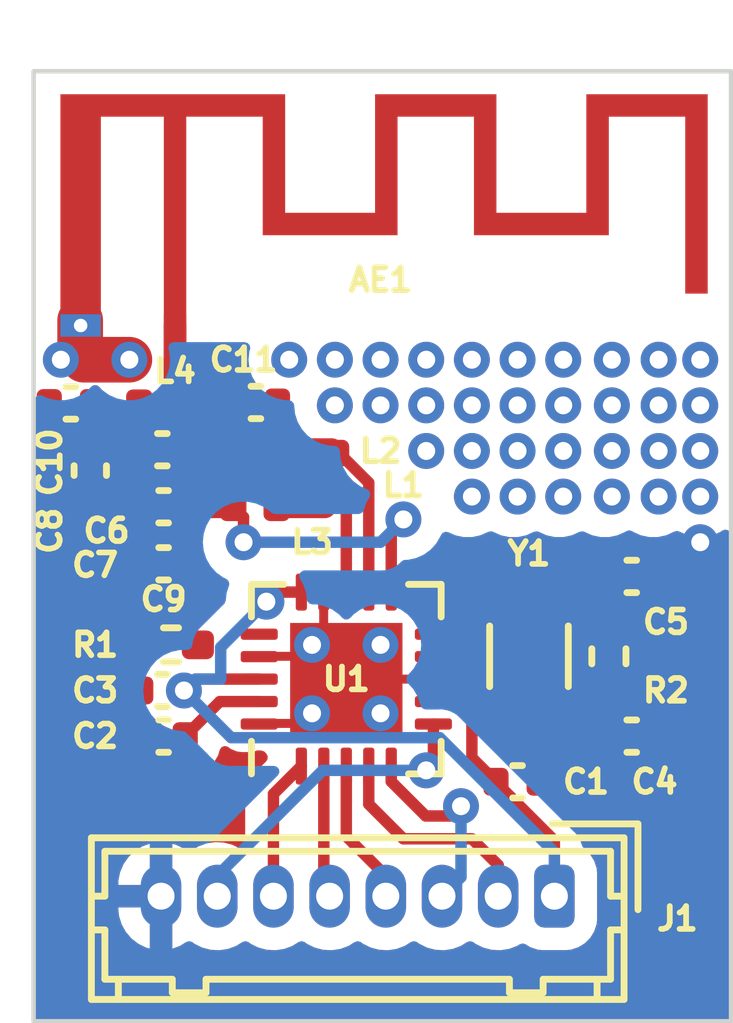
<source format=kicad_pcb>
(kicad_pcb (version 20221018) (generator pcbnew)
  (layers (0 "F.Cu" signal) (31 "B.Cu" signal) (34 "B.Paste" user) (35 "F.Paste" user) (36 "B.SilkS" user "B.Silkscreen") (37 "F.SilkS" user "F.Silkscreen") (38 "B.Mask" user) (39 "F.Mask" user) (44 "Edge.Cuts" user))
  (net 0 "")
  (net 1 "Net-(AE1-A)")
  (net 2 "VDD")
  (net 3 "GND")
  (net 4 "Net-(U1-DVDD)")
  (net 5 "Net-(U1-XC2)")
  (net 6 "Net-(U1-XC1)")
  (net 7 "Net-(C6-Pad1)")
  (net 8 "Net-(C10-Pad1)")
  (net 9 "Net-(U1-VDD_PA)")
  (net 10 "Net-(J1-Pin_2)")
  (net 11 "Net-(J1-Pin_3)")
  (net 12 "Net-(J1-Pin_4)")
  (net 13 "Net-(J1-Pin_5)")
  (net 14 "Net-(J1-Pin_6)")
  (net 15 "Net-(J1-Pin_7)")
  (net 16 "Net-(U1-ANT1)")
  (net 17 "Net-(U1-ANT2)")
  (net 18 "Net-(U1-IREF)")
  (footprint "Resistor_SMD:R_0402_1005Metric_Pad0.72x0.64mm_HandSolder" (layer "F.Cu") (at 156.464 92.456 90)
    (fp_text reference "R2" (at -0.762 1.27 180) (layer "F.SilkS") (effects (font (size 0.508 0.508) (thickness 0.1524))))
    (fp_text value "10M")
    (fp_line (start -0.167621 -0.38) (end 0.167621 -0.38) (stroke (width 0.1524)) (layer "F.SilkS"))
    (fp_line (start -0.167621 0.38) (end 0.167621 0.38) (stroke (width 0.1524)) (layer "F.SilkS"))
    (pad "1" smd roundrect (at -0.5975 0 90) (size 0.715 0.64) (layers "F.Cu" "F.Paste" "F.Mask") (net 5 "Net-(U1-XC2)"))
    (pad "2" smd roundrect (at 0.5975 0 90) (size 0.715 0.64) (layers "F.Cu" "F.Paste" "F.Mask") (net 6 "Net-(U1-XC1)"))
  )
  (footprint "Connector_Hirose:Hirose_DF13-08P-1.25DSA_1x08_P1.25mm_Vertical" (layer "F.Cu") (at 155.251 97.798 180)
    (fp_text reference "J1" (at -2.737 -0.5) (layer "F.SilkS") (effects (font (size 0.508 0.508) (thickness 0.1524))))
    (fp_text value "Conn_01x08_Pin")
    (fp_line (start -1.86 -0.3) (end -1.86 1.61) (stroke (width 0.1524)) (layer "F.SilkS"))
    (fp_line (start -1.86 1.61) (end 0.05 1.61) (stroke (width 0.1524)) (layer "F.SilkS"))
    (fp_line (start -1.55 -2.3) (end -1.55 1.3) (stroke (width 0.1524)) (layer "F.SilkS"))
    (fp_line (start -1.55 -0.75) (end -1.25 -0.75) (stroke (width 0.1524)) (layer "F.SilkS"))
    (fp_line (start -1.55 0) (end -1.25 0) (stroke (width 0.1524)) (layer "F.SilkS"))
    (fp_line (start -1.55 1.3) (end 10.3 1.3) (stroke (width 0.1524)) (layer "F.SilkS"))
    (fp_line (start -1.25 -1.85) (end -0.95 -1.85) (stroke (width 0.1524)) (layer "F.SilkS"))
    (fp_line (start -1.25 -0.75) (end -1.25 -1.85) (stroke (width 0.1524)) (layer "F.SilkS"))
    (fp_line (start -1.25 0) (end -1.25 1) (stroke (width 0.1524)) (layer "F.SilkS"))
    (fp_line (start -1.25 1) (end 10 1) (stroke (width 0.1524)) (layer "F.SilkS"))
    (fp_line (start -0.95 -1.85) (end -0.95 -2.3) (stroke (width 0.1524)) (layer "F.SilkS"))
    (fp_line (start -0.95 -1.85) (end 0.25 -1.85) (stroke (width 0.1524)) (layer "F.SilkS"))
    (fp_line (start 0.25 -2.15) (end 1 -2.15) (stroke (width 0.1524)) (layer "F.SilkS"))
    (fp_line (start 0.25 -1.85) (end 0.25 -2.15) (stroke (width 0.1524)) (layer "F.SilkS"))
    (fp_line (start 1 -2.15) (end 1 -1.85) (stroke (width 0.1524)) (layer "F.SilkS"))
    (fp_line (start 1 -1.85) (end 7.75 -1.85) (stroke (width 0.1524)) (layer "F.SilkS"))
    (fp_line (start 7.75 -2.15) (end 8.5 -2.15) (stroke (width 0.1524)) (layer "F.SilkS"))
    (fp_line (start 7.75 -1.85) (end 7.75 -2.15) (stroke (width 0.1524)) (layer "F.SilkS"))
    (fp_line (start 8.5 -2.15) (end 8.5 -1.85) (stroke (width 0.1524)) (layer "F.SilkS"))
    (fp_line (start 8.5 -1.85) (end 9.7 -1.85) (stroke (width 0.1524)) (layer "F.SilkS"))
    (fp_line (start 9.7 -1.85) (end 9.7 -2.3) (stroke (width 0.1524)) (layer "F.SilkS"))
    (fp_line (start 10 -1.85) (end 9.7 -1.85) (stroke (width 0.1524)) (layer "F.SilkS"))
    (fp_line (start 10 -0.75) (end 10 -1.85) (stroke (width 0.1524)) (layer "F.SilkS"))
    (fp_line (start 10 0) (end 10.3 0) (stroke (width 0.1524)) (layer "F.SilkS"))
    (fp_line (start 10 1) (end 10 0) (stroke (width 0.1524)) (layer "F.SilkS"))
    (fp_line (start 10.3 -2.3) (end -1.55 -2.3) (stroke (width 0.1524)) (layer "F.SilkS"))
    (fp_line (start 10.3 -0.75) (end 10 -0.75) (stroke (width 0.1524)) (layer "F.SilkS"))
    (fp_line (start 10.3 1.3) (end 10.3 -2.3) (stroke (width 0.1524)) (layer "F.SilkS"))
    (pad "1" thru_hole roundrect (at 0 0 180) (size 0.9 1.4) (drill 0.6) (layers "*.Cu" "*.Mask") (net 2 "VDD"))
    (pad "2" thru_hole oval (at 1.25 0 180) (size 0.9 1.4) (drill 0.6) (layers "*.Cu" "*.Mask") (net 10 "Net-(J1-Pin_2)"))
    (pad "3" thru_hole oval (at 2.5 0 180) (size 0.9 1.4) (drill 0.6) (layers "*.Cu" "*.Mask") (net 11 "Net-(J1-Pin_3)"))
    (pad "4" thru_hole oval (at 3.75 0 180) (size 0.9 1.4) (drill 0.6) (layers "*.Cu" "*.Mask") (net 12 "Net-(J1-Pin_4)"))
    (pad "5" thru_hole oval (at 5 0 180) (size 0.9 1.4) (drill 0.6) (layers "*.Cu" "*.Mask") (net 13 "Net-(J1-Pin_5)"))
    (pad "6" thru_hole oval (at 6.25 0 180) (size 0.9 1.4) (drill 0.6) (layers "*.Cu" "*.Mask") (net 14 "Net-(J1-Pin_6)"))
    (pad "7" thru_hole oval (at 7.5 0 180) (size 0.9 1.4) (drill 0.6) (layers "*.Cu" "*.Mask") (net 15 "Net-(J1-Pin_7)"))
    (pad "8" thru_hole oval (at 8.75 0 180) (size 0.9 1.4) (drill 0.6) (layers "*.Cu" "*.Mask") (net 3 "GND"))
  )
  (footprint "Inductor_SMD:L_0402_1005Metric" (layer "F.Cu") (at 148.59 89.126 180)
    (fp_text reference "L3" (at -1.27 -0.79) (layer "F.SilkS") (effects (font (size 0.508 0.508) (thickness 0.1524))))
    (fp_text value "2n7")
    (pad "1" smd roundrect (at -0.485 0 180) (size 0.59 0.64) (layers "F.Cu" "F.Paste" "F.Mask") (net 17 "Net-(U1-ANT2)"))
    (pad "2" smd roundrect (at 0.485 0 180) (size 0.59 0.64) (layers "F.Cu" "F.Paste" "F.Mask") (net 9 "Net-(U1-VDD_PA)"))
  )
  (footprint "Capacitor_SMD:C_0402_1005Metric" (layer "F.Cu") (at 148.611285 86.803448)
    (fp_text reference "C11" (at -0.275285 -0.951448) (layer "F.SilkS") (effects (font (size 0.508 0.508) (thickness 0.1524))))
    (fp_text value "Cx")
    (fp_line (start -0.107836 -0.36) (end 0.107836 -0.36) (stroke (width 0.1524)) (layer "F.SilkS"))
    (fp_line (start -0.107836 0.36) (end 0.107836 0.36) (stroke (width 0.1524)) (layer "F.SilkS"))
    (pad "1" smd roundrect (at -0.48 0) (size 0.56 0.62) (layers "F.Cu" "F.Paste" "F.Mask") (net 1 "Net-(AE1-A)"))
    (pad "2" smd roundrect (at 0.48 0) (size 0.56 0.62) (layers "F.Cu" "F.Paste" "F.Mask") (net 3 "GND"))
  )
  (footprint "Capacitor_SMD:C_0402_1005Metric" (layer "F.Cu") (at 154.432 95.25)
    (fp_text reference "C1" (at 1.524 0) (layer "F.SilkS") (effects (font (size 0.508 0.508) (thickness 0.1524))))
    (fp_text value "10n")
    (fp_line (start -0.107836 -0.36) (end 0.107836 -0.36) (stroke (width 0.1524)) (layer "F.SilkS"))
    (fp_line (start -0.107836 0.36) (end 0.107836 0.36) (stroke (width 0.1524)) (layer "F.SilkS"))
    (pad "1" smd roundrect (at -0.48 0) (size 0.56 0.62) (layers "F.Cu" "F.Paste" "F.Mask") (net 2 "VDD"))
    (pad "2" smd roundrect (at 0.48 0) (size 0.56 0.62) (layers "F.Cu" "F.Paste" "F.Mask") (net 3 "GND"))
  )
  (footprint "Capacitor_SMD:C_0402_1005Metric" (layer "F.Cu") (at 146.558 90.396 180)
    (fp_text reference "C9" (at 0 -0.79) (layer "F.SilkS") (effects (font (size 0.508 0.508) (thickness 0.1524))))
    (fp_text value "C_Small")
    (fp_line (start -0.107836 -0.36) (end 0.107836 -0.36) (stroke (width 0.1524)) (layer "F.SilkS"))
    (fp_line (start -0.107836 0.36) (end 0.107836 0.36) (stroke (width 0.1524)) (layer "F.SilkS"))
    (pad "1" smd roundrect (at -0.48 0 180) (size 0.56 0.62) (layers "F.Cu" "F.Paste" "F.Mask") (net 9 "Net-(U1-VDD_PA)"))
    (pad "2" smd roundrect (at 0.48 0 180) (size 0.56 0.62) (layers "F.Cu" "F.Paste" "F.Mask") (net 3 "GND"))
  )
  (footprint "Package_DFN_QFN:QFN-20-1EP_4x4mm_P0.5mm_EP2.5x2.5mm" (layer "F.Cu") (at 150.622 92.964 90)
    (fp_text reference "U1" (at 0 0 180) (layer "F.SilkS") (effects (font (size 0.508 0.508) (thickness 0.1524))))
    (fp_text value "NRF24L01")
    (fp_line (start -2.11 2.11) (end -2.11 1.385) (stroke (width 0.1524)) (layer "F.SilkS"))
    (fp_line (start -1.385 -2.11) (end -2.11 -2.11) (stroke (width 0.1524)) (layer "F.SilkS"))
    (fp_line (start -1.385 2.11) (end -2.11 2.11) (stroke (width 0.1524)) (layer "F.SilkS"))
    (fp_line (start 1.385 -2.11) (end 2.11 -2.11) (stroke (width 0.1524)) (layer "F.SilkS"))
    (fp_line (start 1.385 2.11) (end 2.11 2.11) (stroke (width 0.1524)) (layer "F.SilkS"))
    (fp_line (start 2.11 -2.11) (end 2.11 -1.385) (stroke (width 0.1524)) (layer "F.SilkS"))
    (fp_line (start 2.11 2.11) (end 2.11 1.385) (stroke (width 0.1524)) (layer "F.SilkS"))
    (pad "1" smd roundrect (at -1.9375 -1 90) (size 0.825 0.25) (layers "F.Cu" "F.Paste" "F.Mask") (net 14 "Net-(J1-Pin_6)"))
    (pad "2" smd roundrect (at -1.9375 -0.5 90) (size 0.825 0.25) (layers "F.Cu" "F.Paste" "F.Mask") (net 13 "Net-(J1-Pin_5)"))
    (pad "3" smd roundrect (at -1.9375 0 90) (size 0.825 0.25) (layers "F.Cu" "F.Paste" "F.Mask") (net 12 "Net-(J1-Pin_4)"))
    (pad "4" smd roundrect (at -1.9375 0.5 90) (size 0.825 0.25) (layers "F.Cu" "F.Paste" "F.Mask") (net 10 "Net-(J1-Pin_2)"))
    (pad "5" smd roundrect (at -1.9375 1 90) (size 0.825 0.25) (layers "F.Cu" "F.Paste" "F.Mask") (net 11 "Net-(J1-Pin_3)"))
    (pad "6" smd roundrect (at -1 1.9375 90) (size 0.25 0.825) (layers "F.Cu" "F.Paste" "F.Mask") (net 15 "Net-(J1-Pin_7)"))
    (pad "7" smd roundrect (at -0.5 1.9375 90) (size 0.25 0.825) (layers "F.Cu" "F.Paste" "F.Mask") (net 2 "VDD"))
    (pad "8" smd roundrect (at 0 1.9375 90) (size 0.25 0.825) (layers "F.Cu" "F.Paste" "F.Mask") (net 3 "GND"))
    (pad "9" smd roundrect (at 0.5 1.9375 90) (size 0.25 0.825) (layers "F.Cu" "F.Paste" "F.Mask") (net 5 "Net-(U1-XC2)"))
    (pad "10" smd roundrect (at 1 1.9375 90) (size 0.25 0.825) (layers "F.Cu" "F.Paste" "F.Mask") (net 6 "Net-(U1-XC1)"))
    (pad "11" smd roundrect (at 1.9375 1 90) (size 0.825 0.25) (layers "F.Cu" "F.Paste" "F.Mask") (net 9 "Net-(U1-VDD_PA)"))
    (pad "12" smd roundrect (at 1.9375 0.5 90) (size 0.825 0.25) (layers "F.Cu" "F.Paste" "F.Mask") (net 16 "Net-(U1-ANT1)"))
    (pad "13" smd roundrect (at 1.9375 0 90) (size 0.825 0.25) (layers "F.Cu" "F.Paste" "F.Mask") (net 17 "Net-(U1-ANT2)"))
    (pad "14" smd roundrect (at 1.9375 -0.5 90) (size 0.825 0.25) (layers "F.Cu" "F.Paste" "F.Mask") (net 3 "GND"))
    (pad "15" smd roundrect (at 1.9375 -1 90) (size 0.825 0.25) (layers "F.Cu" "F.Paste" "F.Mask") (net 2 "VDD"))
    (pad "16" smd roundrect (at 1 -1.9375 90) (size 0.25 0.825) (layers "F.Cu" "F.Paste" "F.Mask") (net 18 "Net-(U1-IREF)"))
    (pad "17" smd roundrect (at 0.5 -1.9375 90) (size 0.25 0.825) (layers "F.Cu" "F.Paste" "F.Mask") (net 3 "GND"))
    (pad "18" smd roundrect (at 0 -1.9375 90) (size 0.25 0.825) (layers "F.Cu" "F.Paste" "F.Mask") (net 2 "VDD"))
    (pad "19" smd roundrect (at -0.5 -1.9375 90) (size 0.25 0.825) (layers "F.Cu" "F.Paste" "F.Mask") (net 4 "Net-(U1-DVDD)"))
    (pad "20" smd roundrect (at -1 -1.9375 90) (size 0.25 0.825) (layers "F.Cu" "F.Paste" "F.Mask") (net 3 "GND"))
    (pad "21" smd rect (at 0 0 90) (size 2.5 2.5) (layers "F.Cu" "F.Mask"))
  )
  (footprint "Inductor_SMD:L_0402_1005Metric" (layer "F.Cu") (at 146.50381 86.833903)
    (fp_text reference "L4" (at 0.30819 -0.727903) (layer "F.SilkS") (effects (font (size 0.508 0.508) (thickness 0.1524))))
    (fp_text value "Lx")
    (pad "1" smd roundrect (at -0.485 0) (size 0.59 0.64) (layers "F.Cu" "F.Paste" "F.Mask") (net 8 "Net-(C10-Pad1)"))
    (pad "2" smd roundrect (at 0.485 0) (size 0.59 0.64) (layers "F.Cu" "F.Paste" "F.Mask") (net 1 "Net-(AE1-A)"))
  )
  (footprint "Resistor_SMD:R_0402_1005Metric_Pad0.72x0.64mm_HandSolder" (layer "F.Cu") (at 146.7225 92.202 180)
    (fp_text reference "R1" (at 1.6885 0) (layer "F.SilkS") (effects (font (size 0.508 0.508) (thickness 0.1524))))
    (fp_text value "22k")
    (fp_line (start -0.167621 -0.38) (end 0.167621 -0.38) (stroke (width 0.1524)) (layer "F.SilkS"))
    (fp_line (start -0.167621 0.38) (end 0.167621 0.38) (stroke (width 0.1524)) (layer "F.SilkS"))
    (pad "1" smd roundrect (at -0.5975 0 180) (size 0.715 0.64) (layers "F.Cu" "F.Paste" "F.Mask") (net 18 "Net-(U1-IREF)"))
    (pad "2" smd roundrect (at 0.5975 0 180) (size 0.715 0.64) (layers "F.Cu" "F.Paste" "F.Mask") (net 3 "GND"))
  )
  (footprint "Capacitor_SMD:C_0402_1005Metric" (layer "F.Cu") (at 146.53 93.218 180)
    (fp_text reference "C3" (at 1.496 0) (layer "F.SilkS") (effects (font (size 0.508 0.508) (thickness 0.1524))))
    (fp_text value "1n")
    (fp_line (start -0.107836 -0.36) (end 0.107836 -0.36) (stroke (width 0.1524)) (layer "F.SilkS"))
    (fp_line (start -0.107836 0.36) (end 0.107836 0.36) (stroke (width 0.1524)) (layer "F.SilkS"))
    (pad "1" smd roundrect (at -0.48 0 180) (size 0.56 0.62) (layers "F.Cu" "F.Paste" "F.Mask") (net 2 "VDD"))
    (pad "2" smd roundrect (at 0.48 0 180) (size 0.56 0.62) (layers "F.Cu" "F.Paste" "F.Mask") (net 3 "GND"))
  )
  (footprint "Inductor_SMD:L_0402_1005Metric" (layer "F.Cu") (at 148.613 87.856 180)
    (fp_text reference "L2" (at -2.771 -0.028) (layer "F.SilkS") (effects (font (size 0.508 0.508) (thickness 0.1524))))
    (fp_text value "3n9")
    (pad "1" smd roundrect (at -0.485 0 180) (size 0.59 0.64) (layers "F.Cu" "F.Paste" "F.Mask") (net 16 "Net-(U1-ANT1)"))
    (pad "2" smd roundrect (at 0.485 0 180) (size 0.59 0.64) (layers "F.Cu" "F.Paste" "F.Mask") (net 7 "Net-(C6-Pad1)"))
  )
  (footprint "Capacitor_SMD:C_0402_1005Metric" (layer "F.Cu") (at 144.49379 86.81563 180)
    (fp_text reference "C10" (at 0.47579 -1.32237 90) (layer "F.SilkS") (effects (font (size 0.508 0.508) (thickness 0.1524))))
    (fp_text value "Cx")
    (fp_line (start -0.107836 -0.36) (end 0.107836 -0.36) (stroke (width 0.1524)) (layer "F.SilkS"))
    (fp_line (start -0.107836 0.36) (end 0.107836 0.36) (stroke (width 0.1524)) (layer "F.SilkS"))
    (pad "1" smd roundrect (at -0.48 0 180) (size 0.56 0.62) (layers "F.Cu" "F.Paste" "F.Mask") (net 8 "Net-(C10-Pad1)"))
    (pad "2" smd roundrect (at 0.48 0 180) (size 0.56 0.62) (layers "F.Cu" "F.Paste" "F.Mask") (net 3 "GND"))
  )
  (footprint "Capacitor_SMD:C_0402_1005Metric" (layer "F.Cu") (at 146.53 87.856 180)
    (fp_text reference "C6" (at 1.242 -1.806) (layer "F.SilkS") (effects (font (size 0.508 0.508) (thickness 0.1524))))
    (fp_text value "1p5")
    (fp_line (start -0.107836 -0.36) (end 0.107836 -0.36) (stroke (width 0.1524)) (layer "F.SilkS"))
    (fp_line (start -0.107836 0.36) (end 0.107836 0.36) (stroke (width 0.1524)) (layer "F.SilkS"))
    (pad "1" smd roundrect (at -0.48 0 180) (size 0.56 0.62) (layers "F.Cu" "F.Paste" "F.Mask") (net 7 "Net-(C6-Pad1)"))
    (pad "2" smd roundrect (at 0.48 0 180) (size 0.56 0.62) (layers "F.Cu" "F.Paste" "F.Mask") (net 8 "Net-(C10-Pad1)"))
  )
  (footprint "Inductor_SMD:L_0402_1005Metric" (layer "F.Cu") (at 150.368 88.415 -90)
    (fp_text reference "L1" (at 0.231 -1.524 -180) (layer "F.SilkS") (effects (font (size 0.508 0.508) (thickness 0.1524))))
    (fp_text value "8n2")
    (pad "1" smd roundrect (at -0.485 0 270) (size 0.59 0.64) (layers "F.Cu" "F.Paste" "F.Mask") (net 16 "Net-(U1-ANT1)"))
    (pad "2" smd roundrect (at 0.485 0 270) (size 0.59 0.64) (layers "F.Cu" "F.Paste" "F.Mask") (net 17 "Net-(U1-ANT2)"))
  )
  (footprint "Capacitor_SMD:C_0402_1005Metric" (layer "F.Cu") (at 144.926249 88.3201 -90)
    (fp_text reference "C8" (at 1.3419 0.908249 -90) (layer "F.SilkS") (effects (font (size 0.508 0.508) (thickness 0.1524))))
    (fp_text value "1p")
    (fp_line (start -0.107836 -0.36) (end 0.107836 -0.36) (stroke (width 0.1524)) (layer "F.SilkS"))
    (fp_line (start -0.107836 0.36) (end 0.107836 0.36) (stroke (width 0.1524)) (layer "F.SilkS"))
    (pad "1" smd roundrect (at -0.48 0 270) (size 0.56 0.62) (layers "F.Cu" "F.Paste" "F.Mask") (net 8 "Net-(C10-Pad1)"))
    (pad "2" smd roundrect (at 0.48 0 270) (size 0.56 0.62) (layers "F.Cu" "F.Paste" "F.Mask") (net 3 "GND"))
  )
  (footprint "Capacitor_SMD:C_0402_1005Metric" (layer "F.Cu") (at 156.972 90.678)
    (fp_text reference "C5" (at 0.762 1.016) (layer "F.SilkS") (effects (font (size 0.508 0.508) (thickness 0.1524))))
    (fp_text value "22p")
    (fp_line (start -0.107836 -0.36) (end 0.107836 -0.36) (stroke (width 0.1524)) (layer "F.SilkS"))
    (fp_line (start -0.107836 0.36) (end 0.107836 0.36) (stroke (width 0.1524)) (layer "F.SilkS"))
    (pad "1" smd roundrect (at -0.48 0) (size 0.56 0.62) (layers "F.Cu" "F.Paste" "F.Mask") (net 6 "Net-(U1-XC1)"))
    (pad "2" smd roundrect (at 0.48 0) (size 0.56 0.62) (layers "F.Cu" "F.Paste" "F.Mask") (net 3 "GND"))
  )
  (footprint "RF_Antenna:Texas_SWRA117D_2.4GHz_Right" (layer "F.Cu") (at 146.812 85.09)
    (fp_text reference "AE1" (at 4.572 -1.016) (layer "F.SilkS") (effects (font (size 0.508 0.508) (thickness 0.1524))))
    (fp_text value "Antenna")
    (fp_poly (pts (xy 2.45 -2.51) (xy 4.45 -2.51) (xy 4.45 -5.15) (xy 7.15 -5.15) (xy 7.15 -2.51) (xy 9.15 -2.51) (xy 9.15 -5.15) (xy 11.85 -5.15) (xy 11.85 -0.71) (xy 11.35 -0.71) (xy 11.35 -4.65) (xy 9.65 -4.65) (xy 9.65 -2.01) (xy 6.65 -2.01) (xy 6.65 -4.65) (xy 4.95 -4.65) (xy 4.95 -2.01) (xy 1.95 -2.01) (xy 1.95 -4.65) (xy 0.25 -4.65) (xy 0.25 0.25) (xy -0.25 0.25) (xy -0.25 -4.65) (xy -1.65 -4.65) (xy -1.65 0.25) (xy -2.55 0.25) (xy -2.55 0.006785) (xy -2.247583 0.006785) (xy -2.237742 0.054395) (xy -2.213674 0.096797) (xy -2.175731 0.129581) (xy -2.167819 0.133935) (xy -2.125156 0.146043) (xy -2.076637 0.1453) (xy -2.031122 0.1324) (xy -2.012511 0.121787) (xy -1.978868 0.086553) (xy -1.958309 0.041368) (xy -1.951778 -0.008158) (xy -1.960218 -0.056417) (xy -1.977112 -0.088643) (xy -2.012372 -0.121313) (xy -2.057682 -0.141408) (xy -2.107267 -0.147982) (xy -2.155353 -0.140092) (xy -2.188245 -0.123186) (xy -2.223185 -0.086416) (xy -2.242847 -0.041622) (xy -2.247583 0.006785) (xy -2.55 0.006785) (xy -2.55 -5.15) (xy 2.45 -5.15) (xy 2.45 -2.51)) (fill solid) (layer "F.Cu"))
    (pad "1" connect rect (at 0 0) (size 0.5 0.5) (layers "F.Cu") (net 1 "Net-(AE1-A)"))
    (pad "2" thru_hole rect (at -2.1 0) (size 0.9 0.5) (drill 0.3) (layers "*.Cu"))
  )
  (footprint "Capacitor_SMD:C_0402_1005Metric" (layer "F.Cu") (at 146.558 89.126 180)
    (fp_text reference "C7" (at 1.524 -1.298) (layer "F.SilkS") (effects (font (size 0.508 0.508) (thickness 0.1524))))
    (fp_text value "C_Small")
    (fp_line (start -0.107836 -0.36) (end 0.107836 -0.36) (stroke (width 0.1524)) (layer "F.SilkS"))
    (fp_line (start -0.107836 0.36) (end 0.107836 0.36) (stroke (width 0.1524)) (layer "F.SilkS"))
    (pad "1" smd roundrect (at -0.48 0 180) (size 0.56 0.62) (layers "F.Cu" "F.Paste" "F.Mask") (net 9 "Net-(U1-VDD_PA)"))
    (pad "2" smd roundrect (at 0.48 0 180) (size 0.56 0.62) (layers "F.Cu" "F.Paste" "F.Mask") (net 3 "GND"))
  )
  (footprint "Capacitor_SMD:C_0402_1005Metric" (layer "F.Cu") (at 146.558 94.234 180)
    (fp_text reference "C2" (at 1.524 0) (layer "F.SilkS") (effects (font (size 0.508 0.508) (thickness 0.1524))))
    (fp_text value "33n")
    (fp_line (start -0.107836 -0.36) (end 0.107836 -0.36) (stroke (width 0.1524)) (layer "F.SilkS"))
    (fp_line (start -0.107836 0.36) (end 0.107836 0.36) (stroke (width 0.1524)) (layer "F.SilkS"))
    (pad "1" smd roundrect (at -0.48 0 180) (size 0.56 0.62) (layers "F.Cu" "F.Paste" "F.Mask") (net 4 "Net-(U1-DVDD)"))
    (pad "2" smd roundrect (at 0.48 0 180) (size 0.56 0.62) (layers "F.Cu" "F.Paste" "F.Mask") (net 3 "GND"))
  )
  (footprint "Capacitor_SMD:C_0402_1005Metric" (layer "F.Cu") (at 156.972 94.234)
    (fp_text reference "C4" (at 0.508 1.016) (layer "F.SilkS") (effects (font (size 0.508 0.508) (thickness 0.1524))))
    (fp_text value "22p")
    (fp_line (start -0.107836 -0.36) (end 0.107836 -0.36) (stroke (width 0.1524)) (layer "F.SilkS"))
    (fp_line (start -0.107836 0.36) (end 0.107836 0.36) (stroke (width 0.1524)) (layer "F.SilkS"))
    (pad "1" smd roundrect (at -0.48 0) (size 0.56 0.62) (layers "F.Cu" "F.Paste" "F.Mask") (net 5 "Net-(U1-XC2)"))
    (pad "2" smd roundrect (at 0.48 0) (size 0.56 0.62) (layers "F.Cu" "F.Paste" "F.Mask") (net 3 "GND"))
  )
  (footprint "Crystal:Crystal_SMD_3215-2Pin_3.2x1.5mm" (layer "F.Cu") (at 154.686 92.456 -90)
    (fp_text reference "Y1" (at -2.286 0 -180) (layer "F.SilkS") (effects (font (size 0.508 0.508) (thickness 0.1524))))
    (fp_text value "16MHz")
    (fp_line (start -0.675 -0.875) (end 0.675 -0.875) (stroke (width 0.1524)) (layer "F.SilkS"))
    (fp_line (start -0.675 0.875) (end 0.675 0.875) (stroke (width 0.1524)) (layer "F.SilkS"))
    (pad "1" smd rect (at 1.25 0 270) (size 1 1.8) (layers "F.Cu" "F.Paste" "F.Mask") (net 5 "Net-(U1-XC2)"))
    (pad "2" smd rect (at -1.25 0 270) (size 1 1.8) (layers "F.Cu" "F.Paste" "F.Mask") (net 6 "Net-(U1-XC1)"))
  )
  (gr_line (start 144.701578 84.974122) (end 144.701578 85.736122) (stroke (width 1.016)) (layer "F.Cu"))
  (gr_line (start 152.654 92.964) (end 151.13 92.964) (stroke (width 0.2)) (layer "F.Cu"))
  (gr_line (start 149.86 92.456) (end 148.59 92.456) (stroke (width 0.2)) (layer "F.Cu"))
  (gr_line (start 145.796 85.852) (end 144.78 85.852) (stroke (width 1.016)) (layer "F.Cu"))
  (gr_line (start 150.065338 93.950736) (end 148.541338 93.950736) (stroke (width 0.2)) (layer "F.Cu"))
  (gr_line (start 146.812 85.09) (end 146.812 86.868) (stroke (width 0.508)) (layer "F.Cu"))
  (gr_line (start 150.119528 90.81935) (end 150.119528 92.202) (stroke (width 0.2)) (layer "F.Cu"))
  (gr_rect (start 143.666 79.428) (end 159.182 100.584) (stroke (width 0.1)) (fill none) (layer "Edge.Cuts"))
  (via (at 151.384 93.726) (size 0.8) (drill 0.4) (layers "F.Cu" "B.Cu") (net 0))
  (via (at 149.86 92.202) (size 0.8) (drill 0.4) (layers "F.Cu" "B.Cu") (net 0))
  (via (at 151.384 92.202) (size 0.8) (drill 0.4) (layers "F.Cu" "B.Cu") (net 0))
  (via (at 149.86 93.726) (size 0.8) (drill 0.4) (layers "F.Cu" "B.Cu") (net 0))
  (segment (start 147.019265 86.803448) (end 146.98881 86.833903) (width 0.508) (layer "F.Cu") (net 1))
  (segment (start 148.131285 86.803448) (end 147.019265 86.803448) (width 0.508) (layer "F.Cu") (net 1))
  (segment (start 148.6845 92.964) (end 147.264 92.964) (width 0.254) (layer "F.Cu") (net 2))
  (segment (start 155.251 97.798) (end 155.251 96.559438) (width 0.254) (layer "F.Cu") (net 2))
  (segment (start 153.416 94.714) (end 153.952 95.25) (width 0.254) (layer "F.Cu") (net 2))
  (segment (start 153.022836 93.464) (end 153.416 93.857164) (width 0.254) (layer "F.Cu") (net 2))
  (segment (start 149.057 91.0265) (end 148.844 91.2395) (width 0.254) (layer "F.Cu") (net 2))
  (segment (start 149.622 91.0265) (end 149.057 91.0265) (width 0.254) (layer "F.Cu") (net 2))
  (segment (start 147.01 93.234572) (end 146.97651 93.268062) (width 0.254) (layer "F.Cu") (net 2))
  (segment (start 147.01 93.218) (end 147.01 93.234572) (width 0.254) (layer "F.Cu") (net 2))
  (segment (start 152.5595 93.464) (end 153.022836 93.464) (width 0.254) (layer "F.Cu") (net 2))
  (segment (start 153.952 95.260438) (end 153.952 95.25) (width 0.254) (layer "F.Cu") (net 2))
  (segment (start 147.264 92.964) (end 147.01 93.218) (width 0.254) (layer "F.Cu") (net 2))
  (segment (start 155.251 96.559438) (end 153.952 95.260438) (width 0.254) (layer "F.Cu") (net 2))
  (segment (start 153.416 93.857164) (end 153.416 94.714) (width 0.254) (layer "F.Cu") (net 2))
  (via (at 147.01 93.218) (size 0.8) (drill 0.4) (layers "F.Cu" "B.Cu") (net 2))
  (via (at 148.844 91.2395) (size 0.8) (drill 0.4) (layers "F.Cu" "B.Cu") (net 2))
  (segment (start 155.251 96.818866) (end 155.251 97.798) (width 0.254) (layer "B.Cu") (net 2))
  (segment (start 147.828 92.2555) (end 147.828 92.964) (width 0.254) (layer "B.Cu") (net 2))
  (segment (start 147.828 92.964) (end 147.264 92.964) (width 0.254) (layer "B.Cu") (net 2))
  (segment (start 148.061 94.269) (end 152.701134 94.269) (width 0.254) (layer "B.Cu") (net 2))
  (segment (start 147.264 92.964) (end 147.01 93.218) (width 0.254) (layer "B.Cu") (net 2))
  (segment (start 147.01 93.218) (end 148.061 94.269) (width 0.254) (layer "B.Cu") (net 2))
  (segment (start 148.844 91.2395) (end 147.828 92.2555) (width 0.254) (layer "B.Cu") (net 2))
  (segment (start 152.701134 94.269) (end 155.251 96.818866) (width 0.254) (layer "B.Cu") (net 2))
  (via (at 152.4 85.852) (size 0.8) (drill 0.4) (layers "F.Cu" "B.Cu") (net 3))
  (via (at 151.384 86.868) (size 0.8) (drill 0.4) (layers "F.Cu" "B.Cu") (net 3))
  (via (at 156.53 86.868) (size 0.8) (drill 0.4) (layers "F.Cu" "B.Cu") (net 3))
  (via (at 154.432 86.868) (size 0.8) (drill 0.4) (layers "F.Cu" "B.Cu") (net 3))
  (via (at 157.57 88.9) (size 0.8) (drill 0.4) (layers "F.Cu" "B.Cu") (net 3))
  (via (at 156.53 85.852) (size 0.8) (drill 0.4) (layers "F.Cu" "B.Cu") (net 3))
  (via (at 157.57 86.868) (size 0.8) (drill 0.4) (layers "F.Cu" "B.Cu") (net 3))
  (via (at 152.4 86.868) (size 0.8) (drill 0.4) (layers "F.Cu" "B.Cu") (net 3))
  (via (at 153.416 88.9) (size 0.8) (drill 0.4) (layers "F.Cu" "B.Cu") (net 3))
  (via (at 157.57 87.884) (size 0.8) (drill 0.4) (layers "F.Cu" "B.Cu") (net 3))
  (via (at 149.352 85.852) (size 0.8) (drill 0.4) (layers "F.Cu" "B.Cu") (net 3))
  (via (at 158.496 88.9) (size 0.8) (drill 0.4) (layers "F.Cu" "B.Cu") (net 3))
  (via (at 154.432 85.852) (size 0.8) (drill 0.4) (layers "F.Cu" "B.Cu") (net 3))
  (via (at 155.448 86.868) (size 0.8) (drill 0.4) (layers "F.Cu" "B.Cu") (net 3))
  (via (at 145.796 85.852) (size 0.8) (drill 0.4) (layers "F.Cu" "B.Cu") (net 3))
  (via (at 154.432 87.884) (size 0.8) (drill 0.4) (layers "F.Cu" "B.Cu") (net 3))
  (via (at 150.368 85.852) (size 0.8) (drill 0.4) (layers "F.Cu" "B.Cu") (net 3))
  (via (at 154.432 88.9) (size 0.8) (drill 0.4) (layers "F.Cu" "B.Cu") (net 3))
  (via (at 153.416 87.884) (size 0.8) (drill 0.4) (layers "F.Cu" "B.Cu") (net 3))
  (via (at 155.448 87.884) (size 0.8) (drill 0.4) (layers "F.Cu" "B.Cu") (net 3))
  (via (at 156.53 88.9) (size 0.8) (drill 0.4) (layers "F.Cu" "B.Cu") (net 3))
  (via (at 155.448 85.852) (size 0.8) (drill 0.4) (layers "F.Cu" "B.Cu") (net 3))
  (via (at 144.272 85.852) (size 0.8) (drill 0.4) (layers "F.Cu" "B.Cu") (net 3))
  (via (at 156.53 87.884) (size 0.8) (drill 0.4) (layers "F.Cu" "B.Cu") (net 3))
  (via (at 153.416 86.868) (size 0.8) (drill 0.4) (layers "F.Cu" "B.Cu") (net 3))
  (via (at 157.57 85.852) (size 0.8) (drill 0.4) (layers "F.Cu" "B.Cu") (net 3))
  (via (at 158.496 86.868) (size 0.8) (drill 0.4) (layers "F.Cu" "B.Cu") (net 3))
  (via (at 151.384 85.852) (size 0.8) (drill 0.4) (layers "F.Cu" "B.Cu") (net 3))
  (via (at 153.416 85.852) (size 0.8) (drill 0.4) (layers "F.Cu" "B.Cu") (net 3))
  (via (at 155.448 88.9) (size 0.8) (drill 0.4) (layers "F.Cu" "B.Cu") (net 3))
  (via (at 158.496 87.884) (size 0.8) (drill 0.4) (layers "F.Cu" "B.Cu") (net 3))
  (via (at 152.4 87.884) (size 0.8) (drill 0.4) (layers "F.Cu" "B.Cu") (net 3))
  (via (at 158.496 85.852) (size 0.8) (drill 0.4) (layers "F.Cu" "B.Cu") (net 3))
  (via (at 158.496 89.916) (size 0.8) (drill 0.4) (layers "F.Cu" "B.Cu") (net 3))
  (via (at 150.368 86.868) (size 0.8) (drill 0.4) (layers "F.Cu" "B.Cu") (net 3))
  (segment (start 148.6845 93.464) (end 147.808 93.464) (width 0.254) (layer "F.Cu") (net 4))
  (segment (start 147.808 93.464) (end 147.038 94.234) (width 0.254) (layer "F.Cu") (net 4))
  (segment (start 154.94 92.964) (end 154.94 93.452) (width 0.254) (layer "F.Cu") (net 5))
  (segment (start 154.432 92.456) (end 154.94 92.964) (width 0.254) (layer "F.Cu") (net 5))
  (segment (start 152.5595 92.464) (end 152.5675 92.456) (width 0.254) (layer "F.Cu") (net 5))
  (segment (start 156.492 93.0815) (end 156.464 93.0535) (width 0.254) (layer "F.Cu") (net 5))
  (segment (start 155.214 94.234) (end 154.686 93.706) (width 0.254) (layer "F.Cu") (net 5))
  (segment (start 152.5675 92.456) (end 154.432 92.456) (width 0.254) (layer "F.Cu") (net 5))
  (segment (start 156.492 94.234) (end 155.214 94.234) (width 0.254) (layer "F.Cu") (net 5))
  (segment (start 156.492 94.234) (end 156.492 93.0815) (width 0.254) (layer "F.Cu") (net 5))
  (segment (start 154.94 93.452) (end 154.686 93.706) (width 0.254) (layer "F.Cu") (net 5))
  (segment (start 153.928 91.964) (end 154.686 91.206) (width 0.254) (layer "F.Cu") (net 6))
  (segment (start 156.492 90.678) (end 155.214 90.678) (width 0.254) (layer "F.Cu") (net 6))
  (segment (start 156.492 90.678) (end 156.492 91.8305) (width 0.254) (layer "F.Cu") (net 6))
  (segment (start 156.492 91.8305) (end 156.464 91.8585) (width 0.254) (layer "F.Cu") (net 6))
  (segment (start 155.214 90.678) (end 154.686 91.206) (width 0.254) (layer "F.Cu") (net 6))
  (segment (start 152.5595 91.964) (end 153.928 91.964) (width 0.254) (layer "F.Cu") (net 6))
  (segment (start 147.01 87.856) (end 148.128 87.856) (width 0.508) (layer "F.Cu") (net 7))
  (segment (start 146.05 87.856) (end 146.05 86.865093) (width 0.508) (layer "F.Cu") (net 8))
  (segment (start 146.0341 87.8401) (end 146.05 87.856) (width 0.508) (layer "F.Cu") (net 8))
  (segment (start 146.05 86.865093) (end 146.01881 86.833903) (width 0.508) (layer "F.Cu") (net 8))
  (segment (start 144.926249 87.8401) (end 146.0341 87.8401) (width 0.508) (layer "F.Cu") (net 8))
  (segment (start 144.97379 87.792559) (end 144.926249 87.8401) (width 0.508) (layer "F.Cu") (net 8))
  (segment (start 144.97379 86.81563) (end 144.97379 87.792559) (width 0.508) (layer "F.Cu") (net 8))
  (segment (start 146.022 87.884) (end 146.05 87.856) (width 0.508) (layer "F.Cu") (net 8))
  (segment (start 148.105 89.126) (end 147.038 89.126) (width 0.508) (layer "F.Cu") (net 9))
  (segment (start 147.038 89.126) (end 147.038 90.396) (width 0.508) (layer "F.Cu") (net 9))
  (segment (start 148.336 89.357) (end 148.105 89.126) (width 0.254) (layer "F.Cu") (net 9))
  (segment (start 151.622 91.0265) (end 151.622 89.678) (width 0.254) (layer "F.Cu") (net 9))
  (segment (start 151.622 89.678) (end 151.892 89.408) (width 0.254) (layer "F.Cu") (net 9))
  (segment (start 148.336 89.916) (end 148.336 89.357) (width 0.254) (layer "F.Cu") (net 9))
  (via (at 148.336 89.916) (size 0.8) (drill 0.4) (layers "F.Cu" "B.Cu") (net 9))
  (via (at 151.892 89.408) (size 0.8) (drill 0.4) (layers "F.Cu" "B.Cu") (net 9))
  (segment (start 151.384 89.916) (end 148.336 89.916) (width 0.254) (layer "B.Cu") (net 9))
  (segment (start 151.892 89.408) (end 151.384 89.916) (width 0.254) (layer "B.Cu") (net 9))
  (segment (start 151.122 94.9015) (end 151.122 95.75) (width 0.254) (layer "F.Cu") (net 10))
  (segment (start 151.892 96.52) (end 153.416 96.52) (width 0.254) (layer "F.Cu") (net 10))
  (segment (start 153.416 96.52) (end 154.001 97.105) (width 0.254) (layer "F.Cu") (net 10))
  (segment (start 154.001 97.105) (end 154.001 97.798) (width 0.254) (layer "F.Cu") (net 10))
  (segment (start 151.122 95.75) (end 151.892 96.52) (width 0.254) (layer "F.Cu") (net 10))
  (segment (start 151.622 95.246134) (end 152.387866 96.012) (width 0.254) (layer "F.Cu") (net 11))
  (segment (start 152.955253 96.012) (end 153.173753 95.7935) (width 0.254) (layer "F.Cu") (net 11))
  (segment (start 151.622 94.9015) (end 151.622 95.246134) (width 0.254) (layer "F.Cu") (net 11))
  (segment (start 152.387866 96.012) (end 152.4 96.012) (width 0.254) (layer "F.Cu") (net 11))
  (segment (start 152.4 96.012) (end 152.955253 96.012) (width 0.254) (layer "F.Cu") (net 11))
  (via (at 153.173753 95.7935) (size 0.8) (drill 0.4) (layers "F.Cu" "B.Cu") (net 11))
  (segment (start 153.173753 97.375247) (end 152.751 97.798) (width 0.254) (layer "B.Cu") (net 11))
  (segment (start 153.173753 95.7935) (end 153.173753 97.375247) (width 0.254) (layer "B.Cu") (net 11))
  (segment (start 150.622 96.465) (end 151.501 97.344) (width 0.254) (layer "F.Cu") (net 12))
  (segment (start 151.501 97.344) (end 151.501 97.798) (width 0.254) (layer "F.Cu") (net 12))
  (segment (start 150.622 94.9015) (end 150.622 96.465) (width 0.254) (layer "F.Cu") (net 12))
  (segment (start 150.122 94.9015) (end 150.122 97.669) (width 0.254) (layer "F.Cu") (net 13))
  (segment (start 150.122 97.669) (end 150.251 97.798) (width 0.254) (layer "F.Cu") (net 13))
  (segment (start 149.622 94.9015) (end 149.001 95.5225) (width 0.254) (layer "F.Cu") (net 14))
  (segment (start 149.001 95.5225) (end 149.001 97.798) (width 0.254) (layer "F.Cu") (net 14))
  (segment (start 152.5595 93.964) (end 152.5595 94.8365) (width 0.254) (layer "F.Cu") (net 15))
  (segment (start 152.5595 94.8365) (end 152.4 94.996) (width 0.254) (layer "F.Cu") (net 15))
  (via (at 152.4 94.996) (size 0.8) (drill 0.4) (layers "F.Cu" "B.Cu") (net 15))
  (segment (start 147.751 97.344) (end 147.751 97.798) (width 0.254) (layer "B.Cu") (net 15))
  (segment (start 150.099 94.996) (end 147.751 97.344) (width 0.254) (layer "B.Cu") (net 15))
  (segment (start 152.4 94.996) (end 150.099 94.996) (width 0.254) (layer "B.Cu") (net 15))
  (segment (start 150.294 87.856) (end 150.368 87.93) (width 0.508) (layer "F.Cu") (net 16))
  (segment (start 151.122 88.590601) (end 150.461399 87.93) (width 0.254) (layer "F.Cu") (net 16))
  (segment (start 151.122 91.0265) (end 151.122 88.590601) (width 0.254) (layer "F.Cu") (net 16))
  (segment (start 150.461399 87.93) (end 150.368 87.93) (width 0.254) (layer "F.Cu") (net 16))
  (segment (start 149.098 87.856) (end 150.294 87.856) (width 0.508) (layer "F.Cu") (net 16))
  (segment (start 149.075 89.126) (end 150.142 89.126) (width 0.508) (layer "F.Cu") (net 17))
  (segment (start 150.622 91.0265) (end 150.622 89.154) (width 0.254) (layer "F.Cu") (net 17))
  (segment (start 150.622 89.154) (end 150.368 88.9) (width 0.254) (layer "F.Cu") (net 17))
  (segment (start 150.142 89.126) (end 150.368 88.9) (width 0.508) (layer "F.Cu") (net 17))
  (zone (net 3) (net_name "GND") (layer "F.Cu") (priority 1) (connect_pads (clearance 0.5)) (min_thickness 0.25) (fill yes (thermal_gap 0.5) (thermal_bridge_width 0.5))
    (polygon (pts (xy 143.69 85.47) (xy 159.2 85.45) (xy 159.18 100.57) (xy 143.66 100.57) (xy 143.68 85.47)))
  )
  (zone (net 3) (net_name "GND") (layer "F.Cu") (priority 3) (connect_pads (clearance 0.5)) (min_thickness 0.25) (fill yes (thermal_gap 0.5) (thermal_bridge_width 0.5))
    (polygon (pts (xy 159.18 100.57) (xy 159.2 85.45) (xy 143.69 85.47) (xy 143.66 100.57)))
  )
  (zone (net 3) (net_name "GND") (layer "B.Cu") (priority 2) (connect_pads (clearance 0.5)) (min_thickness 0.25) (fill yes (thermal_gap 0.5) (thermal_bridge_width 0.5))
    (polygon (pts (xy 159.18 100.57) (xy 159.18 85.46) (xy 143.68 85.46) (xy 143.67 100.57)))
  )
)
</source>
